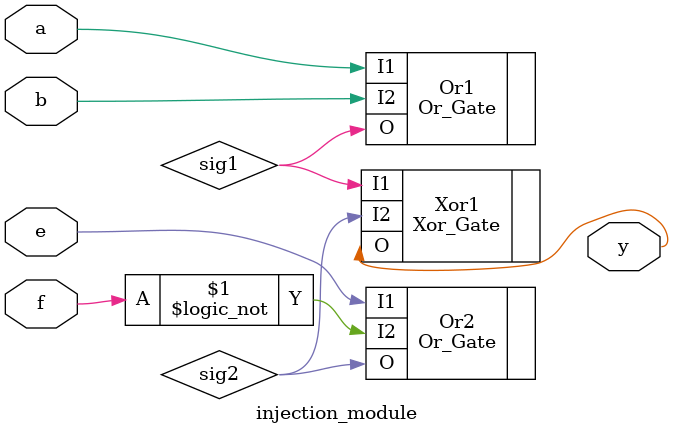
<source format=v>
module injection_module ( input a,b,e,f,
			  output y);
	wire sig1,sig2;

	Or_Gate Or1(
		.I1(a),
		.I2(b),
		.O(sig1)
	);

	Or_Gate Or2(
                .I1(e),
                .I2(!f),
                .O(sig2)
        );

	Xor_Gate Xor1(
		.I1(sig1),
		.I2(sig2),
		.O(y)
	);
	
endmodule	

</source>
